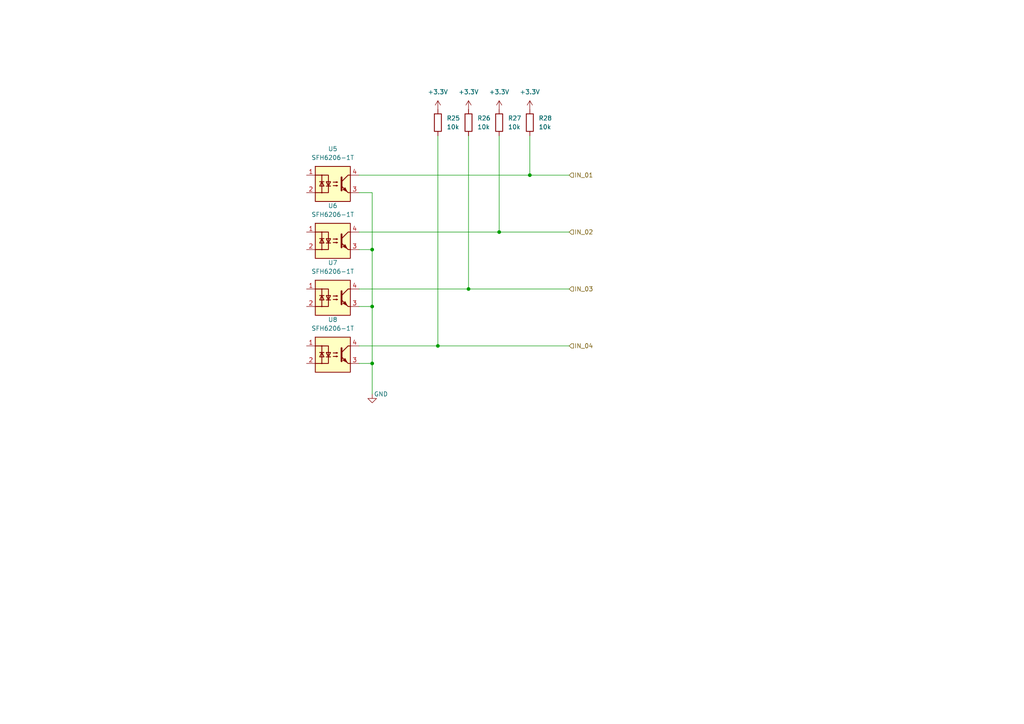
<source format=kicad_sch>
(kicad_sch (version 20230121) (generator eeschema)
  (paper "A4")
  (lib_symbols
    (symbol "Device:R" (pin_numbers hide) (pin_names (offset 0))
      (property "Reference" "R" (at 2.032 0 90))
      (property "Value" "R" (at 0 0 90))
      (symbol "R_0_1"
        (rectangle (start -1.016 -2.54) (end 1.016 2.54) (stroke (width 0.254)))
      )
      (symbol "R_1_1"
        (pin passive line (at 0 3.81 270) (length 1.27) (name "~") (number "1"))
        (pin passive line (at 0 -3.81 90) (length 1.27) (name "~") (number "2"))
      )
    )
    (symbol "Isolator:SFH6206-1T" (pin_names (offset 1.016))
      (property "Reference" "U" (at -4.064 6.35 0))
      (property "Value" "SFH6206-1T" (at -5.334 -6.604 0))
      (symbol "SFH6206-1T_1_1"
        (rectangle (start -5.08 5.08) (end 5.08 -5.08) (stroke (width 0.254)) (fill (type background)))
        (circle (center -3.175 -2.54) (radius 0.127))
        (circle (center -3.175 2.54) (radius 0.127))
        (polyline (pts (xy -3.81 0.635) (xy -2.54 0.635)) (stroke (width 0.254)))
        (polyline (pts (xy -1.905 -0.635) (xy -0.635 -0.635)) (stroke (width 0.254)))
        (polyline (pts (xy 2.54 1.905) (xy 2.54 -1.905) (xy 2.54 -1.905)) (stroke (width 0.508)))
        (polyline (pts (xy 5.08 -2.54) (xy 4.445 -2.54) (xy 2.54 -0.635)) (stroke (width 0.254)))
        (polyline (pts (xy 5.08 2.54) (xy 4.445 2.54) (xy 2.54 0.635)) (stroke (width 0.254)))
        (polyline (pts (xy -5.08 2.54) (xy -3.175 2.54) (xy -3.175 -2.54) (xy -5.08 -2.54)) (stroke (width 0.254)))
        (polyline (pts (xy -3.175 -2.54) (xy -1.27 -2.54) (xy -1.27 2.54) (xy -3.175 2.54)) (stroke (width 0.254)))
        (polyline (pts (xy -3.175 0.635) (xy -3.81 -0.635) (xy -2.54 -0.635) (xy -3.175 0.635)) (stroke (width 0.254)))
        (polyline (pts (xy -1.27 -0.635) (xy -1.905 0.635) (xy -0.635 0.635) (xy -1.27 -0.635)) (stroke (width 0.254)))
        (polyline (pts (xy 0.127 -0.508) (xy 1.397 -0.508) (xy 1.016 -0.635) (xy 1.016 -0.381) (xy 1.397 -0.508)) (stroke (width 0.254)))
        (polyline (pts (xy 0.127 0.508) (xy 1.397 0.508) (xy 1.016 0.381) (xy 1.016 0.635) (xy 1.397 0.508)) (stroke (width 0.254)))
        (polyline (pts (xy 3.048 -1.651) (xy 3.556 -1.143) (xy 4.064 -2.159) (xy 3.048 -1.651) (xy 3.048 -1.651)) (stroke (width 0.254)) (fill (type outline)))
        (pin passive line (at -7.62 2.54 0) (length 2.54) (name "~") (number "1"))
        (pin passive line (at -7.62 -2.54 0) (length 2.54) (name "~") (number "2"))
        (pin passive line (at 7.62 -2.54 180) (length 2.54) (name "~") (number "3"))
        (pin passive line (at 7.62 2.54 180) (length 2.54) (name "~") (number "4"))
      )
    )
    (symbol "power:+3.3V" (power) (pin_names (offset 0))
      (property "Value" "+3.3V" (at 0 3.556 0))
      (symbol "+3.3V_0_1"
        (polyline (pts (xy -0.762 1.27) (xy 0 2.54)))
        (polyline (pts (xy 0 0) (xy 0 2.54)))
        (polyline (pts (xy 0 2.54) (xy 0.762 1.27)))
      )
      (symbol "+3.3V_1_1"
        (pin power_in line (at 0 0 90) (length 0) hide (name "+3.3V") (number "1"))
      )
    )
    (symbol "power:GND" (power) (pin_names (offset 0))
      (property "Value" "GND" (at 0 -3.81 0))
      (symbol "GND_0_1"
        (polyline (pts (xy 0 0) (xy 0 -1.27) (xy 1.27 -1.27) (xy 0 -2.54) (xy -1.27 -1.27) (xy 0 -1.27)))
      )
      (symbol "GND_1_1"
        (pin power_in line (at 0 0 270) (length 0) hide (name "GND") (number "1"))
      )
    )
  )
  (junction (at 107.95 88.9))
  (junction (at 144.78 67.31))
  (junction (at 135.89 83.82))
  (junction (at 153.67 50.8))
  (junction (at 107.95 105.41))
  (junction (at 127 100.33))
  (junction (at 107.95 72.39))
  (wire (pts (xy 107.95 105.41) (xy 107.95 114.3)))
  (wire (pts (xy 135.89 83.82) (xy 165.1 83.82)))
  (wire (pts (xy 144.78 39.37) (xy 144.78 67.31)))
  (wire (pts (xy 135.89 39.37) (xy 135.89 83.82)))
  (wire (pts (xy 127 100.33) (xy 165.1 100.33)))
  (wire (pts (xy 107.95 72.39) (xy 107.95 88.9)))
  (wire (pts (xy 165.1 67.31) (xy 144.78 67.31)))
  (wire (pts (xy 104.14 67.31) (xy 144.78 67.31)))
  (wire (pts (xy 104.14 72.39) (xy 107.95 72.39)))
  (wire (pts (xy 153.67 50.8) (xy 153.67 39.37)))
  (wire (pts (xy 104.14 105.41) (xy 107.95 105.41)))
  (wire (pts (xy 104.14 83.82) (xy 135.89 83.82)))
  (wire (pts (xy 107.95 88.9) (xy 107.95 105.41)))
  (wire (pts (xy 104.14 50.8) (xy 153.67 50.8)))
  (wire (pts (xy 104.14 55.88) (xy 107.95 55.88)))
  (wire (pts (xy 165.1 50.8) (xy 153.67 50.8)))
  (wire (pts (xy 104.14 88.9) (xy 107.95 88.9)))
  (wire (pts (xy 104.14 100.33) (xy 127 100.33)))
  (wire (pts (xy 107.95 55.88) (xy 107.95 72.39)))
  (wire (pts (xy 127 39.37) (xy 127 100.33)))
  (hierarchical_label "IN_03" (shape input) (at 165.1 83.82 0))
  (hierarchical_label "IN_04" (shape input) (at 165.1 100.33 0))
  (hierarchical_label "IN_02" (shape input) (at 165.1 67.31 0))
  (hierarchical_label "IN_01" (shape input) (at 165.1 50.8 0))
  (symbol (lib_id "Isolator:SFH6206-1T") (at 96.52 69.85 0) (unit 1)
    (property "Reference" "U6" (at 96.52 59.69 0))
    (property "Value" "SFH6206-1T" (at 96.52 62.23 0))
    (property "Footprint" "Package_DIP:SMDIP-4_W9.53mm_Clearance8mm" (effects hide))
    (property "Datasheet" "http://www.vishay.com/docs/83675/sfh620a.pdf" (effects hide))
  )
  (symbol (lib_id "power:GND") (at 107.95 114.3 0) (unit 1)
    (property "Reference" "#PWR067" (effects hide))
    (property "Value" "GND" (at 110.49 114.3 0))
  )
  (symbol (lib_id "Device:R") (at 135.89 35.56 0) (unit 1)
    (property "Reference" "R26" (at 138.43 34.2899 0) (effects (justify left)))
    (property "Value" "10k" (at 138.43 36.8299 0) (effects (justify left)))
    (property "Footprint" "Resistor_SMD:R_0603_1608Metric" (effects hide))
  )
  (symbol (lib_id "power:+3.3V") (at 144.78 31.75 0) (unit 1)
    (property "Reference" "#PWR070" (effects hide))
    (property "Value" "+3.3V" (at 144.78 26.67 0))
  )
  (symbol (lib_id "Device:R") (at 127 35.56 0) (unit 1)
    (property "Reference" "R25" (at 129.54 34.2899 0) (effects (justify left)))
    (property "Value" "10k" (at 129.54 36.8299 0) (effects (justify left)))
    (property "Footprint" "Resistor_SMD:R_0603_1608Metric" (effects hide))
  )
  (symbol (lib_id "Isolator:SFH6206-1T") (at 96.52 53.34 0) (unit 1)
    (property "Reference" "U5" (at 96.52 43.18 0))
    (property "Value" "SFH6206-1T" (at 96.52 45.72 0))
    (property "Footprint" "Package_DIP:SMDIP-4_W9.53mm_Clearance8mm" (effects hide))
    (property "Datasheet" "http://www.vishay.com/docs/83675/sfh620a.pdf" (effects hide))
  )
  (symbol (lib_id "Isolator:SFH6206-1T") (at 96.52 102.87 0) (unit 1)
    (property "Reference" "U8" (at 96.52 92.71 0))
    (property "Value" "SFH6206-1T" (at 96.52 95.25 0))
    (property "Footprint" "Package_DIP:SMDIP-4_W9.53mm_Clearance8mm" (effects hide))
    (property "Datasheet" "http://www.vishay.com/docs/83675/sfh620a.pdf" (effects hide))
  )
  (symbol (lib_id "power:+3.3V") (at 135.89 31.75 0) (unit 1)
    (property "Reference" "#PWR069" (effects hide))
    (property "Value" "+3.3V" (at 135.89 26.67 0))
  )
  (symbol (lib_id "power:+3.3V") (at 127 31.75 0) (unit 1)
    (property "Reference" "#PWR068" (effects hide))
    (property "Value" "+3.3V" (at 127 26.67 0))
  )
  (symbol (lib_id "Device:R") (at 153.67 35.56 0) (unit 1)
    (property "Reference" "R28" (at 156.21 34.2899 0) (effects (justify left)))
    (property "Value" "10k" (at 156.21 36.8299 0) (effects (justify left)))
    (property "Footprint" "Resistor_SMD:R_0603_1608Metric" (effects hide))
  )
  (symbol (lib_id "Device:R") (at 144.78 35.56 0) (unit 1)
    (property "Reference" "R27" (at 147.32 34.2899 0) (effects (justify left)))
    (property "Value" "10k" (at 147.32 36.8299 0) (effects (justify left)))
    (property "Footprint" "Resistor_SMD:R_0603_1608Metric" (effects hide))
  )
  (symbol (lib_id "power:+3.3V") (at 153.67 31.75 0) (unit 1)
    (property "Reference" "#PWR071" (effects hide))
    (property "Value" "+3.3V" (at 153.67 26.67 0))
  )
  (symbol (lib_id "Isolator:SFH6206-1T") (at 96.52 86.36 0) (unit 1)
    (property "Reference" "U7" (at 96.52 76.2 0))
    (property "Value" "SFH6206-1T" (at 96.52 78.74 0))
    (property "Footprint" "Package_DIP:SMDIP-4_W9.53mm_Clearance8mm" (effects hide))
    (property "Datasheet" "http://www.vishay.com/docs/83675/sfh620a.pdf" (effects hide))
  )
)
</source>
